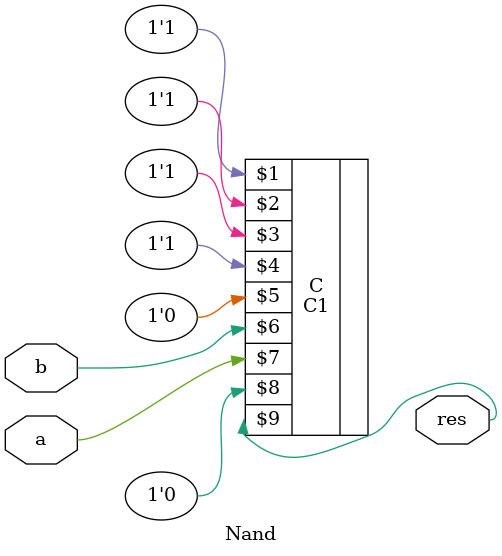
<source format=v>
module Nand (input a, b, output res);
    C1 C (1'b1, 1'b1, 1'b1, 1'b1, 1'b0, b, a, 1'b0, res);
endmodule

</source>
